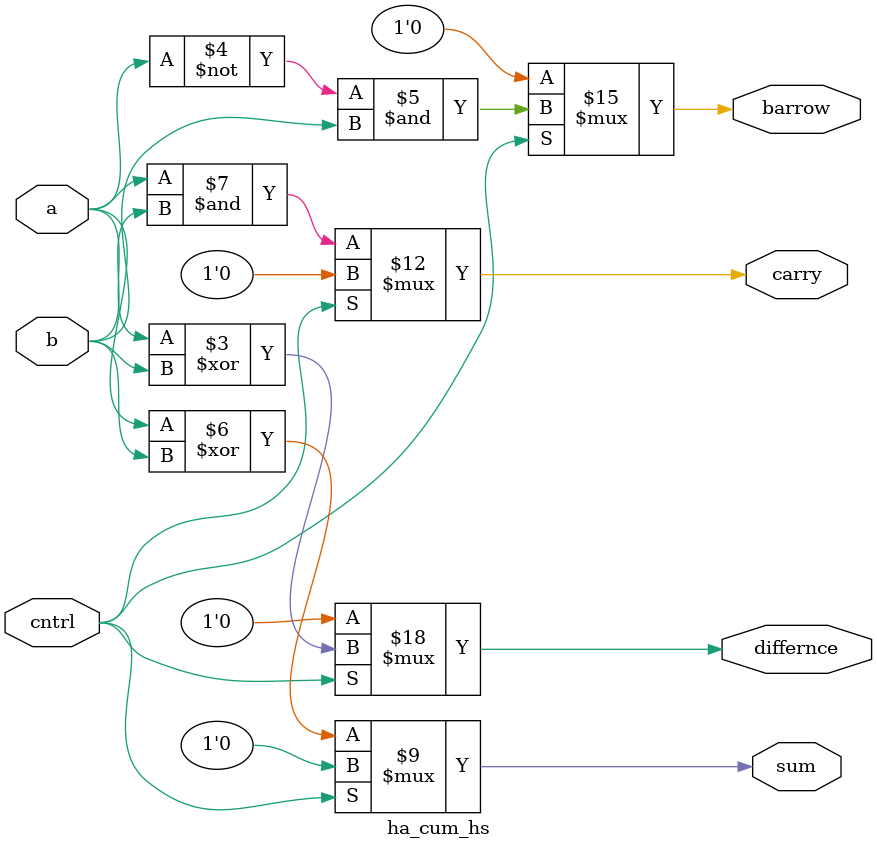
<source format=v>
`timescale 1ns / 1ps


module ha_cum_hs(
    input a,b,
    input cntrl,
    output reg sum,carry,barrow,differnce
    );
    always @(*)
 begin
   if(cntrl==1)
     begin 
       differnce=(a^b);
       barrow= ~a&b;carry=0;sum=0;
     end 
else
   begin
      sum=(a^b);
      carry=a&b;barrow=0;differnce=0;
   end
end
endmodule

</source>
